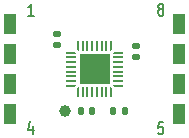
<source format=gbr>
%TF.GenerationSoftware,KiCad,Pcbnew,9.0.7+1*%
%TF.CreationDate,2026-02-23T17:06:27+01:00*%
%TF.ProjectId,ts17-tropic01-mini,74733137-2d74-4726-9f70-696330312d6d,rev?*%
%TF.SameCoordinates,Original*%
%TF.FileFunction,Soldermask,Top*%
%TF.FilePolarity,Negative*%
%FSLAX46Y46*%
G04 Gerber Fmt 4.6, Leading zero omitted, Abs format (unit mm)*
G04 Created by KiCad (PCBNEW 9.0.7+1) date 2026-02-23 17:06:27*
%MOMM*%
%LPD*%
G01*
G04 APERTURE LIST*
G04 Aperture macros list*
%AMRoundRect*
0 Rectangle with rounded corners*
0 $1 Rounding radius*
0 $2 $3 $4 $5 $6 $7 $8 $9 X,Y pos of 4 corners*
0 Add a 4 corners polygon primitive as box body*
4,1,4,$2,$3,$4,$5,$6,$7,$8,$9,$2,$3,0*
0 Add four circle primitives for the rounded corners*
1,1,$1+$1,$2,$3*
1,1,$1+$1,$4,$5*
1,1,$1+$1,$6,$7*
1,1,$1+$1,$8,$9*
0 Add four rect primitives between the rounded corners*
20,1,$1+$1,$2,$3,$4,$5,0*
20,1,$1+$1,$4,$5,$6,$7,0*
20,1,$1+$1,$6,$7,$8,$9,0*
20,1,$1+$1,$8,$9,$2,$3,0*%
%AMFreePoly0*
4,1,14,0.314644,0.085355,0.385355,0.014644,0.400000,-0.020711,0.400000,-0.050000,0.385355,-0.085355,0.350000,-0.100000,-0.350000,-0.100000,-0.385355,-0.085355,-0.400000,-0.050000,-0.400000,0.050000,-0.385355,0.085355,-0.350000,0.100000,0.279289,0.100000,0.314644,0.085355,0.314644,0.085355,$1*%
%AMFreePoly1*
4,1,14,0.385355,0.085355,0.400000,0.050000,0.400000,0.020711,0.385355,-0.014644,0.314644,-0.085355,0.279289,-0.100000,-0.350000,-0.100000,-0.385355,-0.085355,-0.400000,-0.050000,-0.400000,0.050000,-0.385355,0.085355,-0.350000,0.100000,0.350000,0.100000,0.385355,0.085355,0.385355,0.085355,$1*%
%AMFreePoly2*
4,1,14,0.085355,0.385355,0.100000,0.350000,0.100000,-0.350000,0.085355,-0.385355,0.050000,-0.400000,-0.050000,-0.400000,-0.085355,-0.385355,-0.100000,-0.350000,-0.100000,0.279289,-0.085355,0.314644,-0.014644,0.385355,0.020711,0.400000,0.050000,0.400000,0.085355,0.385355,0.085355,0.385355,$1*%
%AMFreePoly3*
4,1,14,0.014644,0.385355,0.085355,0.314644,0.100000,0.279289,0.100000,-0.350000,0.085355,-0.385355,0.050000,-0.400000,-0.050000,-0.400000,-0.085355,-0.385355,-0.100000,-0.350000,-0.100000,0.350000,-0.085355,0.385355,-0.050000,0.400000,-0.020711,0.400000,0.014644,0.385355,0.014644,0.385355,$1*%
%AMFreePoly4*
4,1,14,0.385355,0.085355,0.400000,0.050000,0.400000,-0.050000,0.385355,-0.085355,0.350000,-0.100000,-0.279289,-0.100000,-0.314644,-0.085355,-0.385355,-0.014644,-0.400000,0.020711,-0.400000,0.050000,-0.385355,0.085355,-0.350000,0.100000,0.350000,0.100000,0.385355,0.085355,0.385355,0.085355,$1*%
%AMFreePoly5*
4,1,14,0.385355,0.085355,0.400000,0.050000,0.400000,-0.050000,0.385355,-0.085355,0.350000,-0.100000,-0.350000,-0.100000,-0.385355,-0.085355,-0.400000,-0.050000,-0.400000,-0.020711,-0.385355,0.014644,-0.314644,0.085355,-0.279289,0.100000,0.350000,0.100000,0.385355,0.085355,0.385355,0.085355,$1*%
%AMFreePoly6*
4,1,14,0.085355,0.385355,0.100000,0.350000,0.100000,-0.279289,0.085355,-0.314644,0.014644,-0.385355,-0.020711,-0.400000,-0.050000,-0.400000,-0.085355,-0.385355,-0.100000,-0.350000,-0.100000,0.350000,-0.085355,0.385355,-0.050000,0.400000,0.050000,0.400000,0.085355,0.385355,0.085355,0.385355,$1*%
%AMFreePoly7*
4,1,14,0.085355,0.385355,0.100000,0.350000,0.100000,-0.350000,0.085355,-0.385355,0.050000,-0.400000,0.020711,-0.400000,-0.014644,-0.385355,-0.085355,-0.314644,-0.100000,-0.279289,-0.100000,0.350000,-0.085355,0.385355,-0.050000,0.400000,0.050000,0.400000,0.085355,0.385355,0.085355,0.385355,$1*%
G04 Aperture macros list end*
%ADD10C,0.150000*%
%ADD11R,1.000000X1.700000*%
%ADD12C,1.000000*%
%ADD13FreePoly0,0.000000*%
%ADD14RoundRect,0.050000X-0.350000X-0.050000X0.350000X-0.050000X0.350000X0.050000X-0.350000X0.050000X0*%
%ADD15FreePoly1,0.000000*%
%ADD16FreePoly2,0.000000*%
%ADD17RoundRect,0.050000X-0.050000X-0.350000X0.050000X-0.350000X0.050000X0.350000X-0.050000X0.350000X0*%
%ADD18FreePoly3,0.000000*%
%ADD19FreePoly4,0.000000*%
%ADD20FreePoly5,0.000000*%
%ADD21FreePoly6,0.000000*%
%ADD22FreePoly7,0.000000*%
%ADD23R,2.650000X2.650000*%
%ADD24RoundRect,0.135000X-0.135000X-0.185000X0.135000X-0.185000X0.135000X0.185000X-0.135000X0.185000X0*%
%ADD25RoundRect,0.140000X0.140000X0.170000X-0.140000X0.170000X-0.140000X-0.170000X0.140000X-0.170000X0*%
%ADD26RoundRect,0.140000X0.170000X-0.140000X0.170000X0.140000X-0.170000X0.140000X-0.170000X-0.140000X0*%
G04 APERTURE END LIST*
D10*
X143420112Y-100469819D02*
X143039160Y-100469819D01*
X143039160Y-100469819D02*
X143001064Y-100946009D01*
X143001064Y-100946009D02*
X143039160Y-100898390D01*
X143039160Y-100898390D02*
X143115350Y-100850771D01*
X143115350Y-100850771D02*
X143305826Y-100850771D01*
X143305826Y-100850771D02*
X143382017Y-100898390D01*
X143382017Y-100898390D02*
X143420112Y-100946009D01*
X143420112Y-100946009D02*
X143458207Y-101041247D01*
X143458207Y-101041247D02*
X143458207Y-101279342D01*
X143458207Y-101279342D02*
X143420112Y-101374580D01*
X143420112Y-101374580D02*
X143382017Y-101422200D01*
X143382017Y-101422200D02*
X143305826Y-101469819D01*
X143305826Y-101469819D02*
X143115350Y-101469819D01*
X143115350Y-101469819D02*
X143039160Y-101422200D01*
X143039160Y-101422200D02*
X143001064Y-101374580D01*
X132382017Y-100803152D02*
X132382017Y-101469819D01*
X132191541Y-100422200D02*
X132001064Y-101136485D01*
X132001064Y-101136485D02*
X132496303Y-101136485D01*
X132458207Y-91469819D02*
X132001064Y-91469819D01*
X132229636Y-91469819D02*
X132229636Y-90469819D01*
X132229636Y-90469819D02*
X132153445Y-90612676D01*
X132153445Y-90612676D02*
X132077255Y-90707914D01*
X132077255Y-90707914D02*
X132001064Y-90755533D01*
X143153445Y-90898390D02*
X143077255Y-90850771D01*
X143077255Y-90850771D02*
X143039160Y-90803152D01*
X143039160Y-90803152D02*
X143001064Y-90707914D01*
X143001064Y-90707914D02*
X143001064Y-90660295D01*
X143001064Y-90660295D02*
X143039160Y-90565057D01*
X143039160Y-90565057D02*
X143077255Y-90517438D01*
X143077255Y-90517438D02*
X143153445Y-90469819D01*
X143153445Y-90469819D02*
X143305826Y-90469819D01*
X143305826Y-90469819D02*
X143382017Y-90517438D01*
X143382017Y-90517438D02*
X143420112Y-90565057D01*
X143420112Y-90565057D02*
X143458207Y-90660295D01*
X143458207Y-90660295D02*
X143458207Y-90707914D01*
X143458207Y-90707914D02*
X143420112Y-90803152D01*
X143420112Y-90803152D02*
X143382017Y-90850771D01*
X143382017Y-90850771D02*
X143305826Y-90898390D01*
X143305826Y-90898390D02*
X143153445Y-90898390D01*
X143153445Y-90898390D02*
X143077255Y-90946009D01*
X143077255Y-90946009D02*
X143039160Y-90993628D01*
X143039160Y-90993628D02*
X143001064Y-91088866D01*
X143001064Y-91088866D02*
X143001064Y-91279342D01*
X143001064Y-91279342D02*
X143039160Y-91374580D01*
X143039160Y-91374580D02*
X143077255Y-91422200D01*
X143077255Y-91422200D02*
X143153445Y-91469819D01*
X143153445Y-91469819D02*
X143305826Y-91469819D01*
X143305826Y-91469819D02*
X143382017Y-91422200D01*
X143382017Y-91422200D02*
X143420112Y-91374580D01*
X143420112Y-91374580D02*
X143458207Y-91279342D01*
X143458207Y-91279342D02*
X143458207Y-91088866D01*
X143458207Y-91088866D02*
X143420112Y-90993628D01*
X143420112Y-90993628D02*
X143382017Y-90946009D01*
X143382017Y-90946009D02*
X143305826Y-90898390D01*
D11*
%TO.C,J2*%
X130500000Y-92190000D03*
X130500000Y-94730000D03*
X130500000Y-97270000D03*
X130500000Y-99810000D03*
%TD*%
%TO.C,J1*%
X144740000Y-99810000D03*
X144740000Y-97270000D03*
X144740000Y-94730000D03*
X144740000Y-92190000D03*
%TD*%
D12*
%TO.C,FID1*%
X135120000Y-99500000D03*
%TD*%
D13*
%TO.C,IC1*%
X135670000Y-94600000D03*
D14*
X135670000Y-95000000D03*
X135670000Y-95400000D03*
X135670000Y-95800000D03*
X135670000Y-96200000D03*
X135670000Y-96600000D03*
X135670000Y-97000000D03*
D15*
X135670000Y-97400000D03*
D16*
X136220000Y-97950000D03*
D17*
X136620000Y-97950000D03*
X137020000Y-97950000D03*
X137420000Y-97950000D03*
X137820000Y-97950000D03*
X138220000Y-97950000D03*
X138620000Y-97950000D03*
D18*
X139020000Y-97950000D03*
D19*
X139570000Y-97400000D03*
D14*
X139570000Y-97000000D03*
X139570000Y-96600000D03*
X139570000Y-96200000D03*
X139570000Y-95800000D03*
X139570000Y-95400000D03*
X139570000Y-95000000D03*
D20*
X139570000Y-94600000D03*
D21*
X139020000Y-94050000D03*
D17*
X138620000Y-94050000D03*
X138220000Y-94050000D03*
X137820000Y-94050000D03*
X137420000Y-94050000D03*
X137020000Y-94050000D03*
X136620000Y-94050000D03*
D22*
X136220000Y-94050000D03*
D23*
X137620000Y-96000000D03*
%TD*%
D24*
%TO.C,R1*%
X140230000Y-99500000D03*
X139210000Y-99500000D03*
%TD*%
D25*
%TO.C,C2*%
X136440000Y-99500000D03*
X137400000Y-99500000D03*
%TD*%
D26*
%TO.C,C3*%
X141120000Y-94000000D03*
X141120000Y-94960000D03*
%TD*%
%TO.C,C1*%
X134420000Y-93020000D03*
X134420000Y-93980000D03*
%TD*%
M02*

</source>
